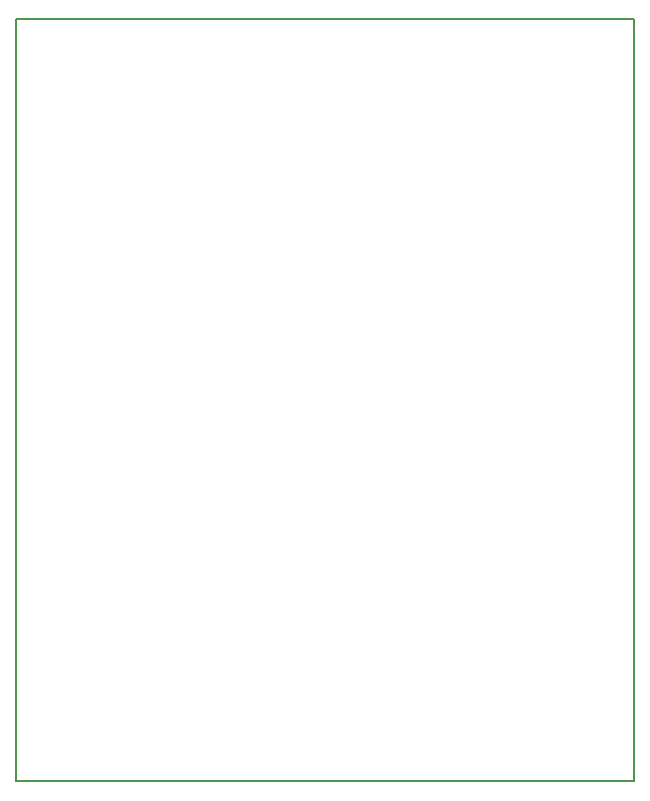
<source format=gbp>
G04*
G04 #@! TF.GenerationSoftware,Altium Limited,Altium Designer,18.1.7 (191)*
G04*
G04 Layer_Color=128*
%FSLAX25Y25*%
%MOIN*%
G70*
G01*
G75*
%ADD16C,0.00500*%
D16*
X232Y-7D02*
Y253993D01*
X206232D01*
Y-7D02*
Y253993D01*
X232Y-7D02*
X206232D01*
M02*

</source>
